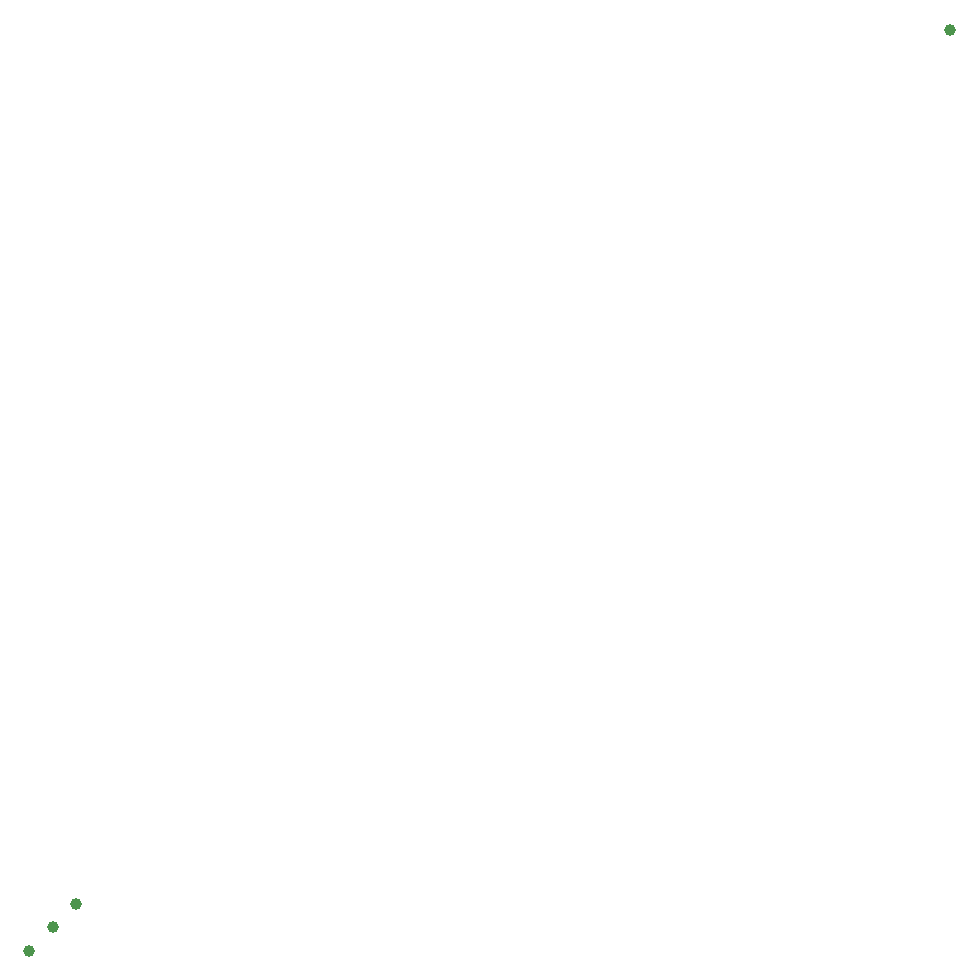
<source format=gbr>
G04 Examples for testing time performance of Gerber parsers*
%FSLAX26Y26*%
%MOMM*%
%ADD10C,1*%
%LPD*%
D10*
X0Y0D03*
X78000000Y78000000D03*
X2000000Y2000000D03*
X4000000Y4000000D03*
M02*

</source>
